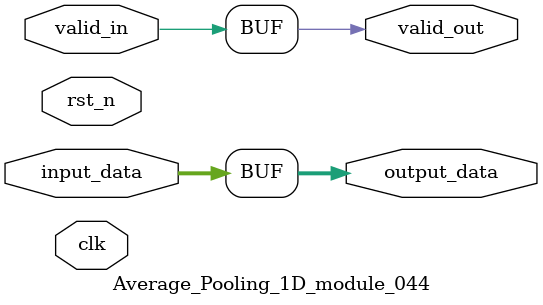
<source format=v>

module Average_Pooling_1D_module_044 (
    input clk,
    input rst_n,
    input valid_in,
    output valid_out,
    // Add specific ports based on operator type
    input [31:0] input_data,
    output [31:0] output_data
);

    // Module implementation would go here
    // This is a template - actual implementation depends on the operator
    
        // Generic operator implementation
    assign output_data = input_data; // Placeholder
    assign valid_out = valid_in;

endmodule

</source>
